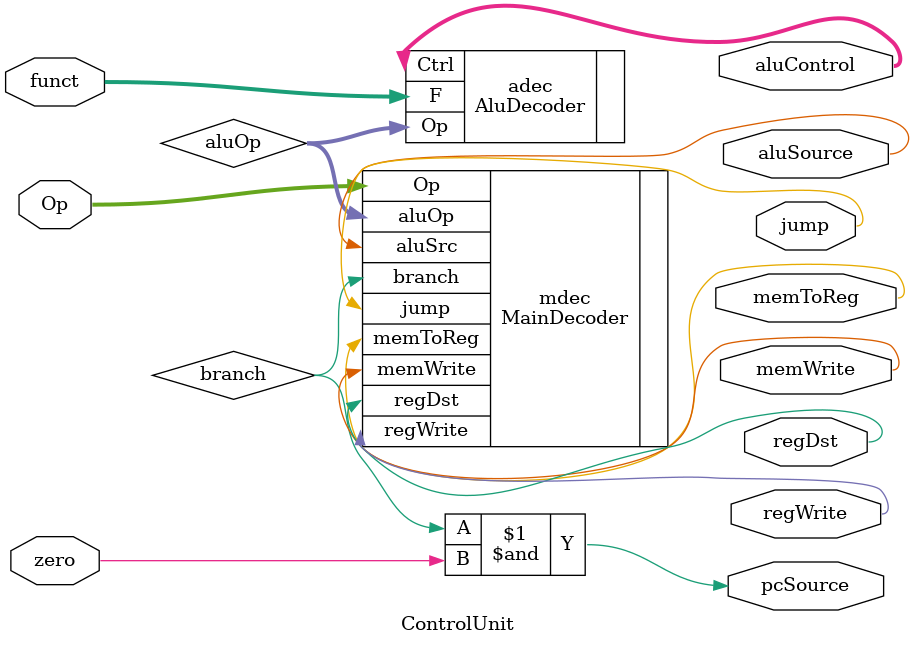
<source format=sv>
`ifndef ControlUnit
`define ControlUnit

`include "MainDecoder.sv"
`include "AluDecoder.sv"

module ControlUnit (Op, funct, zero, memToReg, memWrite, pcSource, aluSource, regDst, regWrite, jump, aluControl);
   //
   // ---------------- PORT DEFINITIONS ----------------
   //
   
   input wire [5:0] Op, funct;
   
   input wire zero;
   
   output wire memToReg, memWrite, pcSource, aluSource, regDst, regWrite, jump;
   
   output wire [2:0] aluControl;
   
   wire [1:0] aluOp;
   
   wire branch;
   
   
   MainDecoder mdec (.Op(Op), .regWrite(regWrite), .regDst(regDst), .aluSrc(aluSource), .branch(branch), .memWrite(memWrite), .memToReg(memToReg), .jump(jump), .aluOp(aluOp));
   
   
   AluDecoder adec (.F(funct), .Op(aluOp), .Ctrl(aluControl));
   
   and (pcSource, branch, zero);

endmodule

`endif 
</source>
